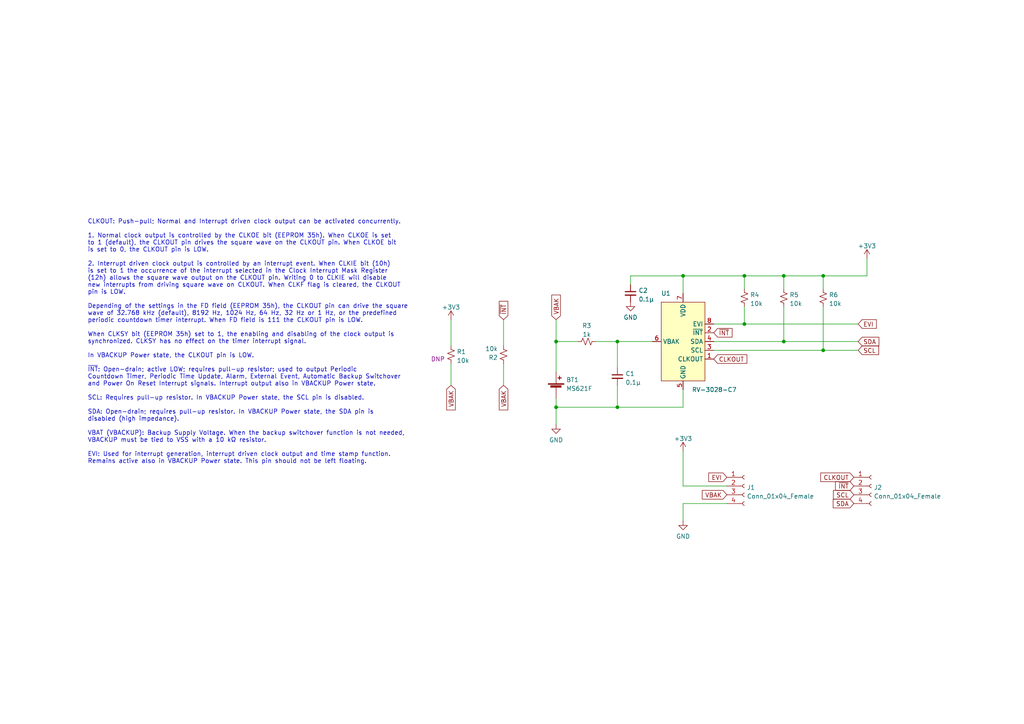
<source format=kicad_sch>
(kicad_sch (version 20211123) (generator eeschema)
  (paper "A4")
  (title_block (title "RTC RV-3028-C7 breakout") (date "2023-04-08") (rev "1") (company "Jed Parsons"))
  (lib_symbols
    (symbol "Connector:Conn_01x04_Female" (pin_names (offset 1.016) hide)
      (property "Reference" "J" (at 0 5.08 0))
      (property "Value" "Conn_01x04_Female" (at 0 -7.62 0))
      (symbol "Conn_01x04_Female_1_1"
        (arc (start 0 -4.572) (mid -0.508 -5.08) (end 0 -5.588) (stroke (width 0.1524)))
        (arc (start 0 -2.032) (mid -0.508 -2.54) (end 0 -3.048) (stroke (width 0.1524)))
        (polyline (pts (xy -1.27 -5.08) (xy -0.508 -5.08)) (stroke (width 0.1524)))
        (polyline (pts (xy -1.27 -2.54) (xy -0.508 -2.54)) (stroke (width 0.1524)))
        (polyline (pts (xy -1.27 0) (xy -0.508 0)) (stroke (width 0.1524)))
        (polyline (pts (xy -1.27 2.54) (xy -0.508 2.54)) (stroke (width 0.1524)))
        (arc (start 0 0.508) (mid -0.508 0) (end 0 -0.508) (stroke (width 0.1524)))
        (arc (start 0 3.048) (mid -0.508 2.54) (end 0 2.032) (stroke (width 0.1524)))
        (pin passive line (at -5.08 2.54 0) (length 3.81) (name "Pin_1") (number "1"))
        (pin passive line (at -5.08 0 0) (length 3.81) (name "Pin_2") (number "2"))
        (pin passive line (at -5.08 -2.54 0) (length 3.81) (name "Pin_3") (number "3"))
        (pin passive line (at -5.08 -5.08 0) (length 3.81) (name "Pin_4") (number "4"))
      )
    )
    (symbol "Device:Battery_Cell" (pin_numbers hide) (pin_names (offset 0) hide)
      (property "Reference" "BT" (at 2.54 2.54 0))
      (property "Value" "Battery_Cell" (at 2.54 0 0))
      (symbol "Battery_Cell_0_1"
        (rectangle (start -2.286 1.778) (end 2.286 1.524) (fill (type outline)))
        (rectangle (start -1.5748 1.1938) (end 1.4732 0.6858) (fill (type outline)))
        (polyline (pts (xy 0 0.762) (xy 0 0)))
        (polyline (pts (xy 0 1.778) (xy 0 2.54)))
        (polyline (pts (xy 0.508 3.429) (xy 1.524 3.429)) (stroke (width 0.254)))
        (polyline (pts (xy 1.016 3.937) (xy 1.016 2.921)) (stroke (width 0.254)))
      )
      (symbol "Battery_Cell_1_1"
        (pin passive line (at 0 5.08 270) (length 2.54) (name "+") (number "1"))
        (pin passive line (at 0 -2.54 90) (length 2.54) (name "-") (number "2"))
      )
    )
    (symbol "Device:C_Small" (pin_numbers hide) (pin_names (offset 0.254) hide)
      (property "Reference" "C" (at 0.254 1.778 0))
      (property "Value" "C_Small" (at 0.254 -2.032 0))
      (symbol "C_Small_0_1"
        (polyline (pts (xy -1.524 -0.508) (xy 1.524 -0.508)) (stroke (width 0.3302)))
        (polyline (pts (xy -1.524 0.508) (xy 1.524 0.508)) (stroke (width 0.3048)))
      )
      (symbol "C_Small_1_1"
        (pin passive line (at 0 2.54 270) (length 2.032) (name "~") (number "1"))
        (pin passive line (at 0 -2.54 90) (length 2.032) (name "~") (number "2"))
      )
    )
    (symbol "Device:R_Small_US" (pin_numbers hide) (pin_names (offset 0.254) hide)
      (property "Reference" "R" (at 0.762 0.508 0))
      (property "Value" "R_Small_US" (at 0.762 -1.016 0))
      (symbol "R_Small_US_1_1"
        (polyline (pts (xy 0 0) (xy 1.016 -0.381) (xy 0 -0.762) (xy -1.016 -1.143) (xy 0 -1.524)))
        (polyline (pts (xy 0 1.524) (xy 1.016 1.143) (xy 0 0.762) (xy -1.016 0.381) (xy 0 0)))
        (pin passive line (at 0 2.54 270) (length 1.016) (name "~") (number "1"))
        (pin passive line (at 0 -2.54 90) (length 1.016) (name "~") (number "2"))
      )
    )
    (symbol "RTC_Library:RV-3028-C7"
      (property "Reference" "U" (at -6.35 13.97 0))
      (property "Value" "RV-3028-C7" (at 8.89 -13.97 0))
      (symbol "RV-3028-C7_0_1"
        (rectangle (start -6.35 11.43) (end 6.35 -11.43) (stroke (width 0.1524)) (fill (type background)))
      )
      (symbol "RV-3028-C7_1_1"
        (pin output line (at 8.89 -5.08 180) (length 2.54) (name "CLKOUT") (number "1"))
        (pin output line (at 8.89 2.54 180) (length 2.54) (name "~{INT}") (number "2"))
        (pin input line (at 8.89 -2.54 180) (length 2.54) (name "SCL") (number "3"))
        (pin bidirectional line (at 8.89 0 180) (length 2.54) (name "SDA") (number "4"))
        (pin power_out line (at 0 -13.97 90) (length 2.54) (name "GND") (number "5"))
        (pin power_in line (at -8.89 0 0) (length 2.54) (name "VBAK") (number "6"))
        (pin power_in line (at 0 13.97 270) (length 2.54) (name "VDD") (number "7"))
        (pin input line (at 8.89 5.08 180) (length 2.54) (name "EVI") (number "8"))
      )
    )
    (symbol "power:+3V3" (power) (pin_names (offset 0))
      (property "Value" "+3V3" (at 0 3.556 0))
      (symbol "+3V3_0_1"
        (polyline (pts (xy -0.762 1.27) (xy 0 2.54)))
        (polyline (pts (xy 0 0) (xy 0 2.54)))
        (polyline (pts (xy 0 2.54) (xy 0.762 1.27)))
      )
      (symbol "+3V3_1_1"
        (pin power_in line (at 0 0 90) (length 0) hide (name "+3V3") (number "1"))
      )
    )
    (symbol "power:GND" (power) (pin_names (offset 0))
      (property "Value" "GND" (at 0 -3.81 0))
      (symbol "GND_0_1"
        (polyline (pts (xy 0 0) (xy 0 -1.27) (xy 1.27 -1.27) (xy 0 -2.54) (xy -1.27 -1.27) (xy 0 -1.27)))
      )
      (symbol "GND_1_1"
        (pin power_in line (at 0 0 270) (length 0) hide (name "GND") (number "1"))
      )
    )
  )
  (junction (at 238.76 80.01))
  (junction (at 227.33 80.01))
  (junction (at 198.12 80.01))
  (junction (at 238.76 101.6))
  (junction (at 215.9 93.98))
  (junction (at 161.29 118.11))
  (junction (at 161.29 99.06))
  (junction (at 179.07 99.06))
  (junction (at 215.9 80.01))
  (junction (at 227.33 99.06))
  (junction (at 179.07 118.11))
  (wire (pts (xy 238.76 80.01) (xy 238.76 83.82)))
  (wire (pts (xy 210.82 140.97) (xy 198.12 140.97)))
  (wire (pts (xy 172.72 99.06) (xy 179.07 99.06)))
  (wire (pts (xy 238.76 80.01) (xy 251.46 80.01)))
  (wire (pts (xy 161.29 92.71) (xy 161.29 99.06)))
  (wire (pts (xy 227.33 80.01) (xy 238.76 80.01)))
  (wire (pts (xy 161.29 118.11) (xy 161.29 123.19)))
  (wire (pts (xy 161.29 118.11) (xy 179.07 118.11)))
  (wire (pts (xy 251.46 74.93) (xy 251.46 80.01)))
  (wire (pts (xy 207.01 99.06) (xy 227.33 99.06)))
  (wire (pts (xy 198.12 130.81) (xy 198.12 140.97)))
  (wire (pts (xy 198.12 80.01) (xy 215.9 80.01)))
  (wire (pts (xy 207.01 93.98) (xy 215.9 93.98)))
  (wire (pts (xy 179.07 118.11) (xy 198.12 118.11)))
  (wire (pts (xy 227.33 88.9) (xy 227.33 99.06)))
  (wire (pts (xy 130.81 105.41) (xy 130.81 111.76)))
  (wire (pts (xy 215.9 93.98) (xy 248.92 93.98)))
  (wire (pts (xy 179.07 111.76) (xy 179.07 118.11)))
  (wire (pts (xy 130.81 92.71) (xy 130.81 100.33)))
  (wire (pts (xy 215.9 88.9) (xy 215.9 93.98)))
  (wire (pts (xy 161.29 99.06) (xy 167.64 99.06)))
  (wire (pts (xy 179.07 99.06) (xy 189.23 99.06)))
  (wire (pts (xy 161.29 115.57) (xy 161.29 118.11)))
  (wire (pts (xy 207.01 101.6) (xy 238.76 101.6)))
  (wire (pts (xy 182.88 80.01) (xy 198.12 80.01)))
  (wire (pts (xy 210.82 146.05) (xy 198.12 146.05)))
  (wire (pts (xy 215.9 80.01) (xy 215.9 83.82)))
  (wire (pts (xy 227.33 99.06) (xy 248.92 99.06)))
  (wire (pts (xy 227.33 80.01) (xy 227.33 83.82)))
  (wire (pts (xy 182.88 82.55) (xy 182.88 80.01)))
  (wire (pts (xy 215.9 80.01) (xy 227.33 80.01)))
  (wire (pts (xy 146.05 100.33) (xy 146.05 92.71)))
  (wire (pts (xy 198.12 85.09) (xy 198.12 80.01)))
  (wire (pts (xy 161.29 99.06) (xy 161.29 107.95)))
  (wire (pts (xy 238.76 101.6) (xy 248.92 101.6)))
  (wire (pts (xy 198.12 113.03) (xy 198.12 118.11)))
  (wire (pts (xy 179.07 99.06) (xy 179.07 106.68)))
  (wire (pts (xy 198.12 146.05) (xy 198.12 151.13)))
  (wire (pts (xy 146.05 111.76) (xy 146.05 105.41)))
  (wire (pts (xy 238.76 88.9) (xy 238.76 101.6)))
  (text "CLKOUT: Push-pull; Normal and Interrupt driven clock output can be activated concurrently.\n\n1. Normal clock output is controlled by the CLKOE bit (EEPROM 35h). When CLKOE is set\nto 1 (default), the CLKOUT pin drives the square wave on the CLKOUT pin. When CLKOE bit\nis set to 0, the CLKOUT pin is LOW.\n\n2. Interrupt driven clock output is controlled by an interrupt event. When CLKIE bit (10h)\nis set to 1 the occurrence of the interrupt selected in the Clock Interrupt Mask Register\n(12h) allows the square wave output on the CLKOUT pin. Writing 0 to CLKIE will disable\nnew interrupts from driving square wave on CLKOUT. When CLKF flag is cleared, the CLKOUT\npin is LOW.\n\nDepending of the settings in the FD field (EEPROM 35h), the CLKOUT pin can drive the square\nwave of 32.768 kHz (default), 8192 Hz, 1024 Hz, 64 Hz, 32 Hz or 1 Hz, or the predefined\nperiodic countdown timer interrupt. When FD field is 111 the CLKOUT pin is LOW.\n\nWhen CLKSY bit (EEPROM 35h) set to 1, the enabling and disabling of the clock output is \nsynchronized. CLKSY has no effect on the timer interrupt signal.\n\nIn VBACKUP Power state, the CLKOUT pin is LOW.\n\n~{INT}: Open-drain; active LOW; requires pull-up resistor; used to output Periodic\nCountdown Timer, Periodic Time Update, Alarm, External Event, Automatic Backup Switchover\nand Power On Reset Interrupt signals. Interrupt output also in VBACKUP Power state.\n\nSCL: Requires pull-up resistor. In VBACKUP Power state, the SCL pin is disabled.\n\nSDA: Open-drain; requires pull-up resistor. In VBACKUP Power state, the SDA pin is\ndisabled (high impedance).\n\nVBAT (VBACKUP): Backup Supply Voltage. When the backup switchover function is not needed,\nVBACKUP must be tied to VSS with a 10 kΩ resistor.\n\nEVI: Used for interrupt generation, interrupt driven clock output and time stamp function.\nRemains active also in VBACKUP Power state. This pin should not be left floating." (at 25.4 134.62 0) (effects (font (size 1.27 1.27)) (justify left bottom)))
  (global_label "VBAK" (shape input) (at 161.29 92.71 90) (property "Intersheet References" "${INTERSHEET_REFS}" (effects hide)))
  (global_label "~{INT}" (shape input) (at 146.05 92.71 90) (property "Intersheet References" "${INTERSHEET_REFS}" (effects hide)))
  (global_label "VBAK" (shape input) (at 130.81 111.76 270) (property "Intersheet References" "${INTERSHEET_REFS}" (effects hide)))
  (global_label "~{INT}" (shape input) (at 247.65 140.97 180) (property "Intersheet References" "${INTERSHEET_REFS}" (effects hide)))
  (global_label "EVI" (shape input) (at 210.82 138.43 180) (property "Intersheet References" "${INTERSHEET_REFS}" (effects hide)))
  (global_label "EVI" (shape input) (at 248.92 93.98 0) (property "Intersheet References" "${INTERSHEET_REFS}" (effects hide)))
  (global_label "SDA" (shape input) (at 247.65 146.05 180) (property "Intersheet References" "${INTERSHEET_REFS}" (effects hide)))
  (global_label "SDA" (shape input) (at 248.92 99.06 0) (property "Intersheet References" "${INTERSHEET_REFS}" (effects hide)))
  (global_label "CLKOUT" (shape input) (at 247.65 138.43 180) (property "Intersheet References" "${INTERSHEET_REFS}" (effects hide)))
  (global_label "VBAK" (shape input) (at 146.05 111.76 270) (property "Intersheet References" "${INTERSHEET_REFS}" (effects hide)))
  (global_label "~{INT}" (shape input) (at 207.01 96.52 0) (property "Intersheet References" "${INTERSHEET_REFS}" (effects hide)))
  (global_label "CLKOUT" (shape input) (at 207.01 104.14 0) (property "Intersheet References" "${INTERSHEET_REFS}" (effects hide)))
  (global_label "SCL" (shape input) (at 247.65 143.51 180) (property "Intersheet References" "${INTERSHEET_REFS}" (effects hide)))
  (global_label "SCL" (shape input) (at 248.92 101.6 0) (property "Intersheet References" "${INTERSHEET_REFS}" (effects hide)))
  (global_label "VBAK" (shape input) (at 210.82 143.51 180) (property "Intersheet References" "${INTERSHEET_REFS}" (effects hide)))
  (symbol (lib_id "RTC_Library:RV-3028-C7") (at 198.12 99.06 0) (unit 1)
    (property "Reference" "U1" (at 191.77 85.09 0) (effects (justify left)))
    (property "Value" "RV-3028-C7" (at 200.66 113.03 0) (effects (justify left)))
    (property "Footprint" "RTC_Footprints:RV-3028-C7" (effects hide))
  )
  (symbol (lib_id "Device:R_Small_US") (at 227.33 86.36 180) (unit 1)
    (property "Reference" "R5" (at 228.981 85.5253 0) (effects (justify right)))
    (property "Value" "10k" (at 228.981 88.0622 0) (effects (justify right)))
    (property "Footprint" "Resistor_SMD:R_0603_1608Metric" (effects hide))
  )
  (symbol (lib_id "Device:C_Small") (at 182.88 85.09 0) (unit 1)
    (property "Reference" "C2" (at 185.2041 84.2616 0) (effects (justify left)))
    (property "Value" "0.1µ" (at 185.2041 86.7985 0) (effects (justify left)))
    (property "Footprint" "Capacitor_SMD:C_0603_1608Metric" (effects hide))
  )
  (symbol (lib_id "Device:R_Small_US") (at 238.76 86.36 180) (unit 1)
    (property "Reference" "R6" (at 240.411 85.5253 0) (effects (justify right)))
    (property "Value" "10k" (at 240.411 88.0622 0) (effects (justify right)))
    (property "Footprint" "Resistor_SMD:R_0603_1608Metric" (effects hide))
  )
  (symbol (lib_id "Device:Battery_Cell") (at 161.29 113.03 0) (unit 1)
    (property "Reference" "BT1" (at 164.211 110.1633 0) (effects (justify left)))
    (property "Value" "MS621F" (at 164.211 112.7002 0) (effects (justify left)))
    (property "Footprint" "Battery:BatteryHolder_Seiko_MS621F" (effects hide))
  )
  (symbol (lib_id "Device:C_Small") (at 179.07 109.22 0) (unit 1)
    (property "Reference" "C1" (at 181.3941 108.3916 0) (effects (justify left)))
    (property "Value" "0.1µ" (at 181.3941 110.9285 0) (effects (justify left)))
    (property "Footprint" "Capacitor_SMD:C_0603_1608Metric" (effects hide))
  )
  (symbol (lib_id "Connector:Conn_01x04_Female") (at 252.73 140.97 0) (unit 1)
    (property "Reference" "J2" (at 253.4412 141.4053 0) (effects (justify left)))
    (property "Value" "Conn_01x04_Female" (at 253.4412 143.9422 0) (effects (justify left)))
    (property "Footprint" "Connector_PinSocket_2.54mm:PinSocket_1x04_P2.54mm_Vertical" (effects hide))
  )
  (symbol (lib_id "power:+3V3") (at 198.12 130.81 0) (unit 1)
    (property "Reference" "#PWR0106" (effects hide))
    (property "Value" "+3V3" (at 198.12 127.2342 0))
  )
  (symbol (lib_id "power:+3V3") (at 130.81 92.71 0) (unit 1)
    (property "Reference" "#PWR0102" (effects hide))
    (property "Value" "+3V3" (at 130.81 89.1342 0))
  )
  (symbol (lib_id "power:GND") (at 161.29 123.19 0) (unit 1)
    (property "Reference" "#PWR0101" (effects hide))
    (property "Value" "GND" (at 161.29 127.6334 0))
  )
  (symbol (lib_id "Device:R_Small_US") (at 215.9 86.36 0) (unit 1)
    (property "Reference" "R4" (at 217.551 85.5253 0) (effects (justify left)))
    (property "Value" "10k" (at 217.551 88.0622 0) (effects (justify left)))
    (property "Footprint" "Resistor_SMD:R_0603_1608Metric" (effects hide))
  )
  (symbol (lib_id "Device:R_Small_US") (at 146.05 102.87 180) (unit 1)
    (property "Reference" "R2" (at 144.399 103.7047 0) (effects (justify left)))
    (property "Value" "10k" (at 144.399 101.1678 0) (effects (justify left)))
    (property "Footprint" "Resistor_SMD:R_0603_1608Metric" (effects hide))
  )
  (symbol (lib_id "power:GND") (at 198.12 151.13 0) (unit 1)
    (property "Reference" "#PWR0105" (effects hide))
    (property "Value" "GND" (at 198.12 155.5734 0))
  )
  (symbol (lib_id "Device:R_Small_US") (at 130.81 102.87 0) (unit 1) (in_bom no)
    (property "Reference" "R1" (at 132.461 102.0353 0) (effects (justify left)))
    (property "Value" "10k" (at 132.461 104.5722 0) (effects (justify left)))
    (property "Footprint" "Resistor_SMD:R_0603_1608Metric" (effects hide))
    (property "Field4" "DNP" (at 127 104.14 0))
  )
  (symbol (lib_id "Connector:Conn_01x04_Female") (at 215.9 140.97 0) (unit 1)
    (property "Reference" "J1" (at 216.6112 141.4053 0) (effects (justify left)))
    (property "Value" "Conn_01x04_Female" (at 216.6112 143.9422 0) (effects (justify left)))
    (property "Footprint" "Connector_PinSocket_2.54mm:PinSocket_1x04_P2.54mm_Vertical" (effects hide))
  )
  (symbol (lib_id "power:GND") (at 182.88 87.63 0) (unit 1)
    (property "Reference" "#PWR0103" (effects hide))
    (property "Value" "GND" (at 182.88 92.0734 0))
  )
  (symbol (lib_id "power:+3V3") (at 251.46 74.93 0) (unit 1)
    (property "Reference" "#PWR0104" (effects hide))
    (property "Value" "+3V3" (at 251.46 71.3542 0))
  )
  (symbol (lib_id "Device:R_Small_US") (at 170.18 99.06 90) (unit 1)
    (property "Reference" "R3" (at 170.18 94.4712 90))
    (property "Value" "1k" (at 170.18 97.0081 90))
    (property "Footprint" "Resistor_SMD:R_0603_1608Metric" (effects hide))
  )
)
</source>
